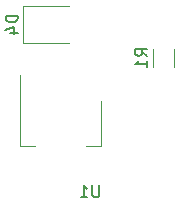
<source format=gbr>
%TF.GenerationSoftware,KiCad,Pcbnew,8.0.1*%
%TF.CreationDate,2024-04-01T21:08:38-04:00*%
%TF.ProjectId,esp32-node-board-40x65,65737033-322d-46e6-9f64-652d626f6172,rev?*%
%TF.SameCoordinates,Original*%
%TF.FileFunction,Legend,Bot*%
%TF.FilePolarity,Positive*%
%FSLAX46Y46*%
G04 Gerber Fmt 4.6, Leading zero omitted, Abs format (unit mm)*
G04 Created by KiCad (PCBNEW 8.0.1) date 2024-04-01 21:08:38*
%MOMM*%
%LPD*%
G01*
G04 APERTURE LIST*
%ADD10C,0.150000*%
%ADD11C,0.120000*%
G04 APERTURE END LIST*
D10*
X98334819Y-50083333D02*
X97858628Y-49750000D01*
X98334819Y-49511905D02*
X97334819Y-49511905D01*
X97334819Y-49511905D02*
X97334819Y-49892857D01*
X97334819Y-49892857D02*
X97382438Y-49988095D01*
X97382438Y-49988095D02*
X97430057Y-50035714D01*
X97430057Y-50035714D02*
X97525295Y-50083333D01*
X97525295Y-50083333D02*
X97668152Y-50083333D01*
X97668152Y-50083333D02*
X97763390Y-50035714D01*
X97763390Y-50035714D02*
X97811009Y-49988095D01*
X97811009Y-49988095D02*
X97858628Y-49892857D01*
X97858628Y-49892857D02*
X97858628Y-49511905D01*
X98334819Y-51035714D02*
X98334819Y-50464286D01*
X98334819Y-50750000D02*
X97334819Y-50750000D01*
X97334819Y-50750000D02*
X97477676Y-50654762D01*
X97477676Y-50654762D02*
X97572914Y-50559524D01*
X97572914Y-50559524D02*
X97620533Y-50464286D01*
X87354819Y-46661905D02*
X86354819Y-46661905D01*
X86354819Y-46661905D02*
X86354819Y-46900000D01*
X86354819Y-46900000D02*
X86402438Y-47042857D01*
X86402438Y-47042857D02*
X86497676Y-47138095D01*
X86497676Y-47138095D02*
X86592914Y-47185714D01*
X86592914Y-47185714D02*
X86783390Y-47233333D01*
X86783390Y-47233333D02*
X86926247Y-47233333D01*
X86926247Y-47233333D02*
X87116723Y-47185714D01*
X87116723Y-47185714D02*
X87211961Y-47138095D01*
X87211961Y-47138095D02*
X87307200Y-47042857D01*
X87307200Y-47042857D02*
X87354819Y-46900000D01*
X87354819Y-46900000D02*
X87354819Y-46661905D01*
X86688152Y-48090476D02*
X87354819Y-48090476D01*
X86307200Y-47852381D02*
X87021485Y-47614286D01*
X87021485Y-47614286D02*
X87021485Y-48233333D01*
X94263220Y-61039819D02*
X94263220Y-61849342D01*
X94263220Y-61849342D02*
X94215601Y-61944580D01*
X94215601Y-61944580D02*
X94167982Y-61992200D01*
X94167982Y-61992200D02*
X94072744Y-62039819D01*
X94072744Y-62039819D02*
X93882268Y-62039819D01*
X93882268Y-62039819D02*
X93787030Y-61992200D01*
X93787030Y-61992200D02*
X93739411Y-61944580D01*
X93739411Y-61944580D02*
X93691792Y-61849342D01*
X93691792Y-61849342D02*
X93691792Y-61039819D01*
X92691792Y-62039819D02*
X93263220Y-62039819D01*
X92977506Y-62039819D02*
X92977506Y-61039819D01*
X92977506Y-61039819D02*
X93072744Y-61182676D01*
X93072744Y-61182676D02*
X93167982Y-61277914D01*
X93167982Y-61277914D02*
X93263220Y-61325533D01*
D11*
%TO.C,R1*%
X98790000Y-50977064D02*
X98790000Y-49522936D01*
X100610000Y-50977064D02*
X100610000Y-49522936D01*
%TO.C,D4*%
X87815000Y-45815000D02*
X87815000Y-48985000D01*
X87815000Y-48985000D02*
X91700000Y-48985000D01*
X91700000Y-45815000D02*
X87815000Y-45815000D01*
%TO.C,U1*%
X87590000Y-57660000D02*
X87590000Y-51650000D01*
X88850000Y-57660000D02*
X87590000Y-57660000D01*
X93150000Y-57660000D02*
X94410000Y-57660000D01*
X94410000Y-57660000D02*
X94410000Y-53900000D01*
%TD*%
M02*

</source>
